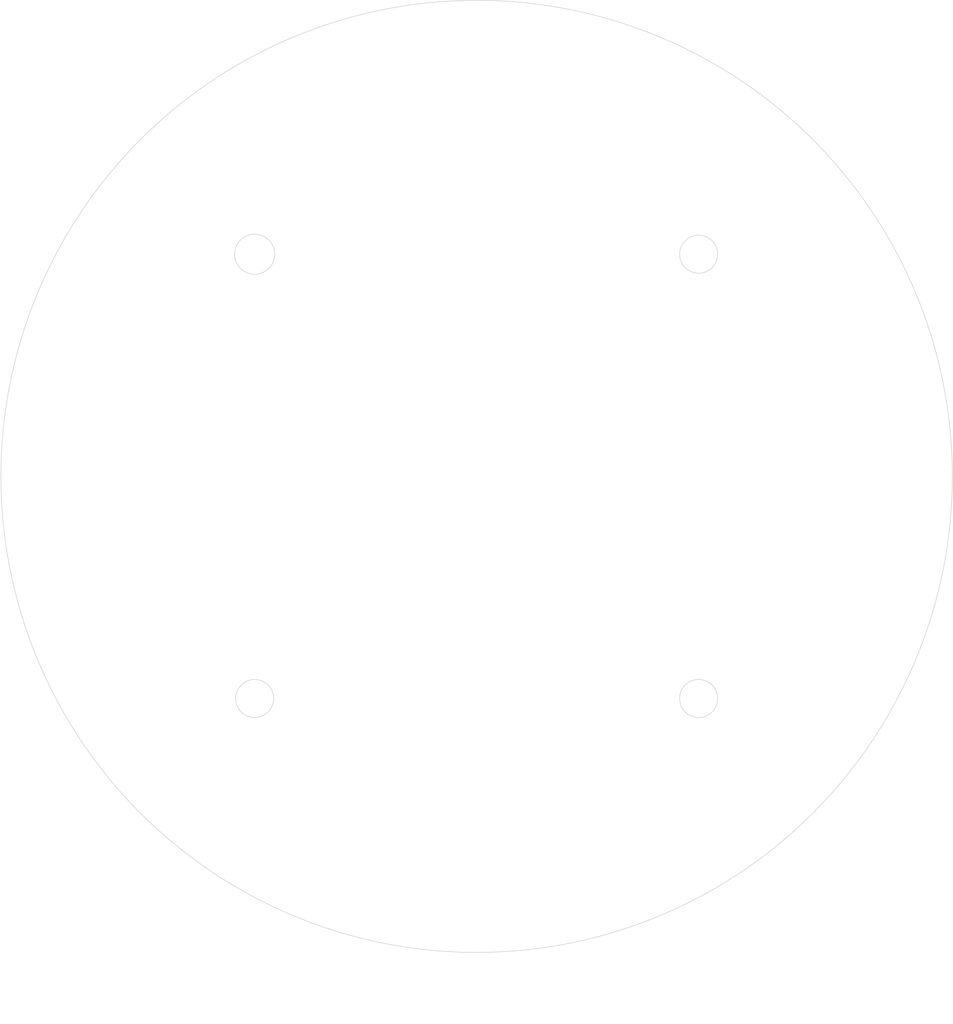
<source format=kicad_pcb>
(kicad_pcb (version 20171130) (host pcbnew "(5.1.2)-2")

  (general
    (thickness 1.6)
    (drawings 15)
    (tracks 0)
    (zones 0)
    (modules 0)
    (nets 1)
  )

  (page A4)
  (layers
    (0 F.Cu signal)
    (31 B.Cu signal)
    (32 B.Adhes user)
    (33 F.Adhes user)
    (34 B.Paste user)
    (35 F.Paste user)
    (36 B.SilkS user)
    (37 F.SilkS user)
    (38 B.Mask user)
    (39 F.Mask user)
    (40 Dwgs.User user)
    (41 Cmts.User user)
    (42 Eco1.User user)
    (43 Eco2.User user)
    (44 Edge.Cuts user)
    (45 Margin user)
    (46 B.CrtYd user)
    (47 F.CrtYd user)
    (48 B.Fab user)
    (49 F.Fab user)
  )

  (setup
    (last_trace_width 0.25)
    (trace_clearance 0.2)
    (zone_clearance 0.508)
    (zone_45_only no)
    (trace_min 0.2)
    (via_size 0.8)
    (via_drill 0.4)
    (via_min_size 0.4)
    (via_min_drill 0.3)
    (uvia_size 0.3)
    (uvia_drill 0.1)
    (uvias_allowed no)
    (uvia_min_size 0.2)
    (uvia_min_drill 0.1)
    (edge_width 0.05)
    (segment_width 0.2)
    (pcb_text_width 0.3)
    (pcb_text_size 1.5 1.5)
    (mod_edge_width 0.12)
    (mod_text_size 1 1)
    (mod_text_width 0.15)
    (pad_size 1.524 1.524)
    (pad_drill 0.762)
    (pad_to_mask_clearance 0.051)
    (solder_mask_min_width 0.25)
    (aux_axis_origin 0 0)
    (visible_elements FEFFFF7F)
    (pcbplotparams
      (layerselection 0x010fc_ffffffff)
      (usegerberextensions false)
      (usegerberattributes false)
      (usegerberadvancedattributes false)
      (creategerberjobfile false)
      (excludeedgelayer true)
      (linewidth 0.100000)
      (plotframeref false)
      (viasonmask false)
      (mode 1)
      (useauxorigin false)
      (hpglpennumber 1)
      (hpglpenspeed 20)
      (hpglpendiameter 15.000000)
      (psnegative false)
      (psa4output false)
      (plotreference true)
      (plotvalue true)
      (plotinvisibletext false)
      (padsonsilk false)
      (subtractmaskfromsilk false)
      (outputformat 1)
      (mirror false)
      (drillshape 1)
      (scaleselection 1)
      (outputdirectory ""))
  )

  (net 0 "")

  (net_class Default "This is the default net class."
    (clearance 0.2)
    (trace_width 0.25)
    (via_dia 0.8)
    (via_drill 0.4)
    (uvia_dia 0.3)
    (uvia_drill 0.1)
  )

  (dimension 76.2 (width 0.15) (layer Dwgs.User)
    (gr_text "3.0000 in" (at 152.4 171.48) (layer Dwgs.User)
      (effects (font (size 1 1) (thickness 0.15)))
    )
    (feature1 (pts (xy 190.5 127) (xy 190.5 170.766421)))
    (feature2 (pts (xy 114.3 127) (xy 114.3 170.766421)))
    (crossbar (pts (xy 114.3 170.18) (xy 190.5 170.18)))
    (arrow1a (pts (xy 190.5 170.18) (xy 189.373496 170.766421)))
    (arrow1b (pts (xy 190.5 170.18) (xy 189.373496 169.593579)))
    (arrow2a (pts (xy 114.3 170.18) (xy 115.426504 170.766421)))
    (arrow2b (pts (xy 114.3 170.18) (xy 115.426504 169.593579)))
  )
  (dimension 50.8 (width 0.15) (layer Dwgs.User)
    (gr_text "2.0000 in" (at 152.4 161.828) (layer Dwgs.User)
      (effects (font (size 1 1) (thickness 0.15)))
    )
    (feature1 (pts (xy 177.8 127) (xy 177.8 161.114421)))
    (feature2 (pts (xy 127 127) (xy 127 161.114421)))
    (crossbar (pts (xy 127 160.528) (xy 177.8 160.528)))
    (arrow1a (pts (xy 177.8 160.528) (xy 176.673496 161.114421)))
    (arrow1b (pts (xy 177.8 160.528) (xy 176.673496 159.941579)))
    (arrow2a (pts (xy 127 160.528) (xy 128.126504 161.114421)))
    (arrow2b (pts (xy 127 160.528) (xy 128.126504 159.941579)))
  )
  (dimension 35.56 (width 0.15) (layer Dwgs.User)
    (gr_text "1.4000 in" (at 152.4 96.744) (layer Dwgs.User)
      (effects (font (size 1 1) (thickness 0.15)))
    )
    (feature1 (pts (xy 170.18 109.22) (xy 170.18 97.457579)))
    (feature2 (pts (xy 134.62 109.22) (xy 134.62 97.457579)))
    (crossbar (pts (xy 134.62 98.044) (xy 170.18 98.044)))
    (arrow1a (pts (xy 170.18 98.044) (xy 169.053496 98.630421)))
    (arrow1b (pts (xy 170.18 98.044) (xy 169.053496 97.457579)))
    (arrow2a (pts (xy 134.62 98.044) (xy 135.746504 98.630421)))
    (arrow2b (pts (xy 134.62 98.044) (xy 135.746504 97.457579)))
  )
  (dimension 35.56 (width 0.15) (layer Dwgs.User)
    (gr_text "1.4000 in" (at 122.652 127 90) (layer Dwgs.User)
      (effects (font (size 1 1) (thickness 0.15)))
    )
    (feature1 (pts (xy 134.62 109.22) (xy 123.365579 109.22)))
    (feature2 (pts (xy 134.62 144.78) (xy 123.365579 144.78)))
    (crossbar (pts (xy 123.952 144.78) (xy 123.952 109.22)))
    (arrow1a (pts (xy 123.952 109.22) (xy 124.538421 110.346504)))
    (arrow1b (pts (xy 123.952 109.22) (xy 123.365579 110.346504)))
    (arrow2a (pts (xy 123.952 144.78) (xy 124.538421 143.653496)))
    (arrow2b (pts (xy 123.952 144.78) (xy 123.365579 143.653496)))
  )
  (gr_circle (center 134.62 109.22) (end 136.144 108.712) (layer Edge.Cuts) (width 0.05))
  (gr_circle (center 170.18 109.22) (end 171.704 109.22) (layer Edge.Cuts) (width 0.05))
  (gr_circle (center 134.62 144.78) (end 136.144 144.78) (layer Edge.Cuts) (width 0.05))
  (gr_circle (center 170.18 144.78) (end 171.704 144.78) (layer Edge.Cuts) (width 0.05))
  (gr_line (start 170.18 109.22) (end 134.62 144.78) (layer Dwgs.User) (width 0.15))
  (gr_line (start 152.4 127) (end 170.18 109.22) (layer Dwgs.User) (width 0.15))
  (gr_line (start 170.18 144.78) (end 134.62 109.22) (layer Dwgs.User) (width 0.15))
  (gr_line (start 152.4 127) (end 170.18 144.78) (layer Dwgs.User) (width 0.15))
  (gr_circle (center 152.4 127) (end 152.4 101.6) (layer Dwgs.User) (width 0.15))
  (gr_circle (center 152.4 127) (end 149.86 127) (layer Dwgs.User) (width 0.15))
  (gr_circle (center 152.4 127) (end 152.4 165.1) (layer Edge.Cuts) (width 0.05))

)

</source>
